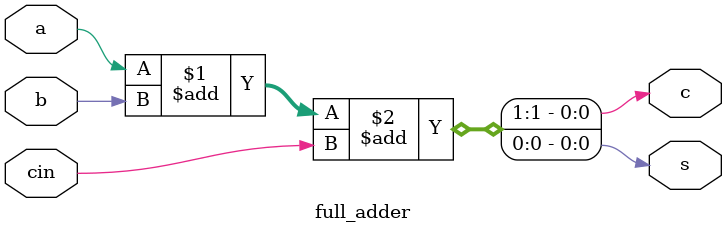
<source format=v>
`timescale 1ns / 1ps


module full_adder(
    output s,
    output c,
    input a,
    input b,
    input cin
    );
    
    // using concat operator to make a full adder
    assign {c, s} = a + b + cin;
    
endmodule

</source>
